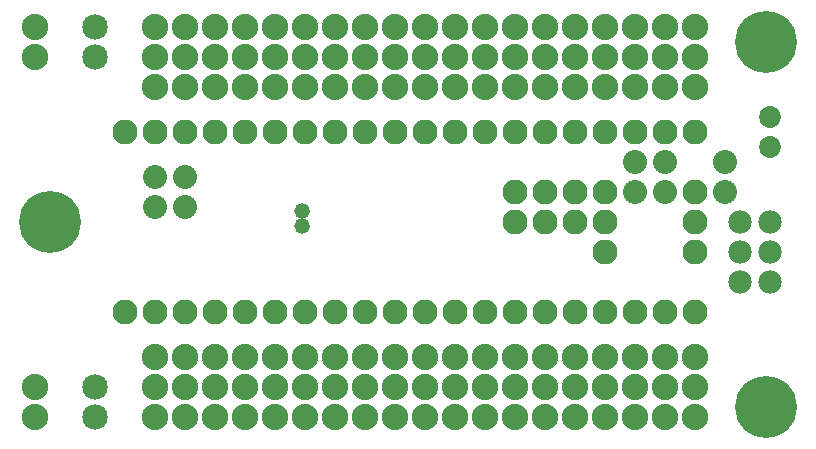
<source format=gts>
G04 MADE WITH FRITZING*
G04 WWW.FRITZING.ORG*
G04 DOUBLE SIDED*
G04 HOLES PLATED*
G04 CONTOUR ON CENTER OF CONTOUR VECTOR*
%ASAXBY*%
%FSLAX23Y23*%
%MOIN*%
%OFA0B0*%
%SFA1.0B1.0*%
%ADD10C,0.082892*%
%ADD11C,0.052000*%
%ADD12C,0.077559*%
%ADD13C,0.072992*%
%ADD14C,0.085000*%
%ADD15C,0.088000*%
%ADD16C,0.080000*%
%ADD17C,0.206851*%
%ADD18C,0.025748*%
%ADD19C,0.030000*%
%LNMASK1*%
G90*
G70*
G54D10*
X464Y1084D03*
X2364Y684D03*
X1764Y784D03*
X1864Y784D03*
X1964Y784D03*
X2064Y784D03*
X1764Y884D03*
X1864Y884D03*
X1964Y884D03*
X2064Y884D03*
X1164Y1084D03*
X1064Y1084D03*
X964Y1084D03*
X864Y1084D03*
X764Y1084D03*
X664Y1084D03*
X564Y1084D03*
X564Y484D03*
X1664Y484D03*
X1764Y484D03*
X1864Y484D03*
X1964Y484D03*
X2064Y484D03*
X2164Y484D03*
X2264Y484D03*
X2364Y484D03*
X664Y484D03*
X764Y484D03*
X864Y484D03*
X964Y484D03*
X1064Y484D03*
X1164Y484D03*
X1264Y484D03*
X1364Y484D03*
X1464Y484D03*
X1564Y484D03*
G54D11*
X1054Y820D03*
X1054Y768D03*
G54D10*
X1364Y1084D03*
X1264Y1084D03*
X1664Y1084D03*
X1764Y1084D03*
X1864Y1084D03*
X1964Y1084D03*
X2064Y1084D03*
X2164Y1084D03*
X2264Y1084D03*
X2364Y1084D03*
X464Y484D03*
X2364Y784D03*
X1464Y1084D03*
X1564Y1084D03*
X2364Y884D03*
X2064Y684D03*
G54D12*
X2514Y784D03*
X2514Y684D03*
X2514Y584D03*
X2614Y784D03*
X2614Y684D03*
X2614Y584D03*
G54D13*
X2614Y1132D03*
X2614Y1034D03*
G54D14*
X364Y134D03*
X364Y234D03*
X364Y1434D03*
X364Y1334D03*
G54D15*
X564Y234D03*
X664Y234D03*
X764Y234D03*
X864Y234D03*
X964Y234D03*
X1064Y234D03*
X1164Y234D03*
X1264Y234D03*
X1364Y234D03*
X564Y1334D03*
X664Y1334D03*
X764Y1334D03*
X864Y1334D03*
X964Y1334D03*
X1064Y1334D03*
X1164Y1334D03*
X1264Y1334D03*
X1364Y1334D03*
X1464Y1334D03*
X1564Y1334D03*
X1664Y1334D03*
X1764Y1334D03*
X1864Y1334D03*
X1964Y1334D03*
X2064Y1334D03*
X2164Y1334D03*
X2264Y1334D03*
X2364Y1334D03*
X564Y1434D03*
X664Y1434D03*
X764Y1434D03*
X864Y1434D03*
X964Y1434D03*
X1064Y1434D03*
X1164Y1434D03*
X1264Y1434D03*
X1364Y1434D03*
X1464Y1434D03*
X1564Y1434D03*
X1664Y1434D03*
X1764Y1434D03*
X1864Y1434D03*
X1964Y1434D03*
X2064Y1434D03*
X2164Y1434D03*
X2264Y1434D03*
X2364Y1434D03*
X1464Y234D03*
X1564Y234D03*
X1664Y234D03*
X1764Y234D03*
X1864Y234D03*
X1964Y234D03*
X2064Y234D03*
X2164Y234D03*
X2264Y234D03*
X2364Y234D03*
X564Y134D03*
X664Y134D03*
X764Y134D03*
X864Y134D03*
X964Y134D03*
X1064Y134D03*
X1164Y134D03*
X1264Y134D03*
X1364Y134D03*
X1464Y134D03*
X1564Y134D03*
X1664Y134D03*
X1764Y134D03*
X1864Y134D03*
X1964Y134D03*
X2064Y134D03*
X2164Y134D03*
X2264Y134D03*
X2364Y134D03*
X564Y334D03*
X664Y334D03*
X764Y334D03*
X864Y334D03*
X964Y334D03*
X1064Y334D03*
X1164Y334D03*
X1264Y334D03*
X1364Y334D03*
X1464Y334D03*
X1564Y334D03*
X1664Y334D03*
X1764Y334D03*
X1864Y334D03*
X1964Y334D03*
X2064Y334D03*
X2164Y334D03*
X2264Y334D03*
X2364Y334D03*
X564Y1234D03*
X664Y1234D03*
X764Y1234D03*
X864Y1234D03*
X964Y1234D03*
X1064Y1234D03*
X1164Y1234D03*
X1264Y1234D03*
X1364Y1234D03*
X1464Y1234D03*
X1564Y1234D03*
X1664Y1234D03*
X1764Y1234D03*
X1864Y1234D03*
X1964Y1234D03*
X2064Y1234D03*
X2164Y1234D03*
X2264Y1234D03*
X2364Y1234D03*
G54D16*
X2164Y984D03*
X2164Y883D03*
X2264Y984D03*
X2264Y883D03*
X564Y834D03*
X564Y934D03*
X664Y834D03*
X664Y934D03*
X2464Y984D03*
X2464Y883D03*
G54D15*
X164Y134D03*
X164Y234D03*
X164Y1434D03*
X164Y1334D03*
G54D17*
X2599Y1384D03*
X2599Y165D03*
X214Y784D03*
G54D18*
G36*
X2590Y1108D02*
X2590Y1156D01*
X2638Y1156D01*
X2638Y1108D01*
X2590Y1108D01*
G37*
D02*
G54D19*
G36*
X336Y161D02*
X391Y161D01*
X391Y106D01*
X336Y106D01*
X336Y161D01*
G37*
D02*
G36*
X391Y1406D02*
X336Y1406D01*
X336Y1461D01*
X391Y1461D01*
X391Y1406D01*
G37*
D02*
G04 End of Mask1*
M02*
</source>
